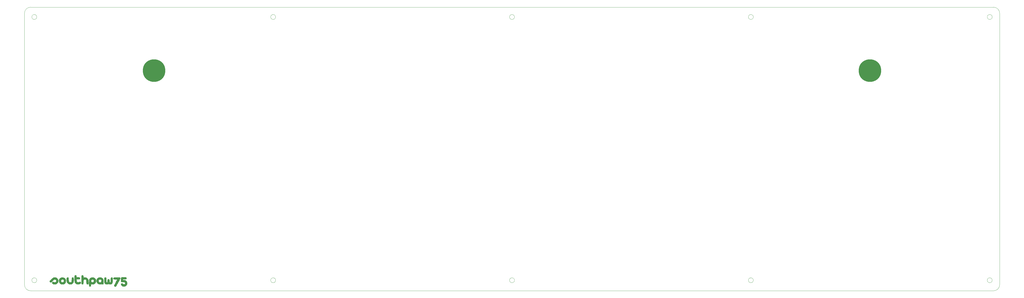
<source format=gbr>
%TF.GenerationSoftware,KiCad,Pcbnew,5.1.10-88a1d61d58~88~ubuntu21.04.1*%
%TF.CreationDate,2021-06-04T00:06:50+02:00*%
%TF.ProjectId,southpawcase,736f7574-6870-4617-9763-6173652e6b69,rev?*%
%TF.SameCoordinates,Original*%
%TF.FileFunction,Soldermask,Top*%
%TF.FilePolarity,Negative*%
%FSLAX46Y46*%
G04 Gerber Fmt 4.6, Leading zero omitted, Abs format (unit mm)*
G04 Created by KiCad (PCBNEW 5.1.10-88a1d61d58~88~ubuntu21.04.1) date 2021-06-04 00:06:50*
%MOMM*%
%LPD*%
G01*
G04 APERTURE LIST*
%TA.AperFunction,Profile*%
%ADD10C,0.050000*%
%TD*%
%ADD11C,0.010000*%
%ADD12C,8.700000*%
G04 APERTURE END LIST*
D10*
X27687000Y-94428000D02*
G75*
G03*
X27687000Y-94428000I-950000J0D01*
G01*
X27687000Y-196078000D02*
G75*
G03*
X27687000Y-196078000I-950000J0D01*
G01*
X211987000Y-94428000D02*
G75*
G03*
X211987000Y-94428000I-950000J0D01*
G01*
X119837000Y-94428000D02*
G75*
G03*
X119837000Y-94428000I-950000J0D01*
G01*
X304137000Y-94428000D02*
G75*
G03*
X304137000Y-94428000I-950000J0D01*
G01*
X119837000Y-196078000D02*
G75*
G03*
X119837000Y-196078000I-950000J0D01*
G01*
X211987000Y-196078000D02*
G75*
G03*
X211987000Y-196078000I-950000J0D01*
G01*
X304137000Y-196078000D02*
G75*
G03*
X304137000Y-196078000I-950000J0D01*
G01*
X25318250Y-90628000D02*
X387268250Y-90628000D01*
X387268250Y-200165500D02*
X25318250Y-200165500D01*
X22937000Y-93009250D02*
G75*
G02*
X25318250Y-90628000I2381250J0D01*
G01*
X25318250Y-200165500D02*
G75*
G02*
X22937000Y-197784250I0J2381250D01*
G01*
X399174500Y-197784250D02*
G75*
G02*
X396793250Y-200165500I-2381250J0D01*
G01*
X396793250Y-90628000D02*
G75*
G02*
X399174500Y-93009250I0J-2381250D01*
G01*
X387268250Y-200165500D02*
X394412000Y-200165500D01*
X387268250Y-90628000D02*
X394412000Y-90628000D01*
X394412000Y-90628000D02*
X396793250Y-90628000D01*
X394412000Y-200165500D02*
X396793250Y-200165500D01*
X22937000Y-197784250D02*
X22937000Y-93009250D01*
X399174500Y-93009250D02*
X399174500Y-197784250D01*
X396287000Y-196078000D02*
G75*
G03*
X396287000Y-196078000I-950000J0D01*
G01*
X396287000Y-94428000D02*
G75*
G03*
X396287000Y-94428000I-950000J0D01*
G01*
D11*
G36*
X59795876Y-195122162D02*
G01*
X59863610Y-195278304D01*
X59841070Y-195445843D01*
X59834208Y-195466207D01*
X59778696Y-195593003D01*
X59673850Y-195803735D01*
X59529971Y-196079823D01*
X59357360Y-196402687D01*
X59166319Y-196753745D01*
X58967147Y-197114417D01*
X58770147Y-197466122D01*
X58585619Y-197790280D01*
X58423864Y-198068309D01*
X58295182Y-198281628D01*
X58209876Y-198411658D01*
X58184946Y-198441125D01*
X57995308Y-198515171D01*
X57780803Y-198479046D01*
X57677629Y-198421649D01*
X57558677Y-198267850D01*
X57537021Y-198151774D01*
X57566656Y-198044108D01*
X57648991Y-197845585D01*
X57774679Y-197576162D01*
X57934376Y-197255793D01*
X58118735Y-196904435D01*
X58137554Y-196869500D01*
X58737566Y-195758250D01*
X58068199Y-195726500D01*
X57759020Y-195708625D01*
X57551753Y-195686543D01*
X57421314Y-195655135D01*
X57342619Y-195609278D01*
X57308916Y-195571488D01*
X57226111Y-195385998D01*
X57261863Y-195199287D01*
X57317850Y-195105629D01*
X57358009Y-195055316D01*
X57410029Y-195018644D01*
X57492786Y-194993458D01*
X57625154Y-194977605D01*
X57826010Y-194968930D01*
X58114229Y-194965281D01*
X58508686Y-194964502D01*
X58554636Y-194964500D01*
X59692572Y-194964500D01*
X59795876Y-195122162D01*
G37*
X59795876Y-195122162D02*
X59863610Y-195278304D01*
X59841070Y-195445843D01*
X59834208Y-195466207D01*
X59778696Y-195593003D01*
X59673850Y-195803735D01*
X59529971Y-196079823D01*
X59357360Y-196402687D01*
X59166319Y-196753745D01*
X58967147Y-197114417D01*
X58770147Y-197466122D01*
X58585619Y-197790280D01*
X58423864Y-198068309D01*
X58295182Y-198281628D01*
X58209876Y-198411658D01*
X58184946Y-198441125D01*
X57995308Y-198515171D01*
X57780803Y-198479046D01*
X57677629Y-198421649D01*
X57558677Y-198267850D01*
X57537021Y-198151774D01*
X57566656Y-198044108D01*
X57648991Y-197845585D01*
X57774679Y-197576162D01*
X57934376Y-197255793D01*
X58118735Y-196904435D01*
X58137554Y-196869500D01*
X58737566Y-195758250D01*
X58068199Y-195726500D01*
X57759020Y-195708625D01*
X57551753Y-195686543D01*
X57421314Y-195655135D01*
X57342619Y-195609278D01*
X57308916Y-195571488D01*
X57226111Y-195385998D01*
X57261863Y-195199287D01*
X57317850Y-195105629D01*
X57358009Y-195055316D01*
X57410029Y-195018644D01*
X57492786Y-194993458D01*
X57625154Y-194977605D01*
X57826010Y-194968930D01*
X58114229Y-194965281D01*
X58508686Y-194964502D01*
X58554636Y-194964500D01*
X59692572Y-194964500D01*
X59795876Y-195122162D01*
G36*
X49518010Y-194995758D02*
G01*
X49694643Y-195033219D01*
X49837392Y-195103407D01*
X49959464Y-195193643D01*
X50275872Y-195510187D01*
X50467844Y-195850217D01*
X50519999Y-196045478D01*
X50528421Y-196455582D01*
X50421783Y-196845229D01*
X50210922Y-197188675D01*
X49931451Y-197443593D01*
X49802900Y-197521025D01*
X49670284Y-197567912D01*
X49496564Y-197591592D01*
X49244700Y-197599403D01*
X49143277Y-197599750D01*
X48583000Y-197599750D01*
X48583000Y-197905549D01*
X48565461Y-198178572D01*
X48503819Y-198348216D01*
X48384530Y-198434370D01*
X48207541Y-198457000D01*
X48029404Y-198434784D01*
X47902359Y-198379992D01*
X47888455Y-198366516D01*
X47860221Y-198285927D01*
X47841071Y-198116910D01*
X47830593Y-197849617D01*
X47828378Y-197474197D01*
X47833055Y-197039047D01*
X47844853Y-196298000D01*
X48617636Y-196298000D01*
X48638781Y-196501726D01*
X48719801Y-196645566D01*
X48794359Y-196717489D01*
X49026264Y-196847367D01*
X49268937Y-196865177D01*
X49491951Y-196771546D01*
X49570282Y-196701477D01*
X49684135Y-196505903D01*
X49726073Y-196273727D01*
X49690704Y-196057638D01*
X49644605Y-195974997D01*
X49441715Y-195801869D01*
X49200632Y-195735347D01*
X48954033Y-195779139D01*
X48794359Y-195878510D01*
X48671774Y-196015957D01*
X48622784Y-196180726D01*
X48617636Y-196298000D01*
X47844853Y-196298000D01*
X47852750Y-195802062D01*
X48052674Y-195526292D01*
X48315045Y-195239230D01*
X48616998Y-195060511D01*
X48980037Y-194980353D01*
X49260964Y-194976563D01*
X49518010Y-194995758D01*
G37*
X49518010Y-194995758D02*
X49694643Y-195033219D01*
X49837392Y-195103407D01*
X49959464Y-195193643D01*
X50275872Y-195510187D01*
X50467844Y-195850217D01*
X50519999Y-196045478D01*
X50528421Y-196455582D01*
X50421783Y-196845229D01*
X50210922Y-197188675D01*
X49931451Y-197443593D01*
X49802900Y-197521025D01*
X49670284Y-197567912D01*
X49496564Y-197591592D01*
X49244700Y-197599403D01*
X49143277Y-197599750D01*
X48583000Y-197599750D01*
X48583000Y-197905549D01*
X48565461Y-198178572D01*
X48503819Y-198348216D01*
X48384530Y-198434370D01*
X48207541Y-198457000D01*
X48029404Y-198434784D01*
X47902359Y-198379992D01*
X47888455Y-198366516D01*
X47860221Y-198285927D01*
X47841071Y-198116910D01*
X47830593Y-197849617D01*
X47828378Y-197474197D01*
X47833055Y-197039047D01*
X47844853Y-196298000D01*
X48617636Y-196298000D01*
X48638781Y-196501726D01*
X48719801Y-196645566D01*
X48794359Y-196717489D01*
X49026264Y-196847367D01*
X49268937Y-196865177D01*
X49491951Y-196771546D01*
X49570282Y-196701477D01*
X49684135Y-196505903D01*
X49726073Y-196273727D01*
X49690704Y-196057638D01*
X49644605Y-195974997D01*
X49441715Y-195801869D01*
X49200632Y-195735347D01*
X48954033Y-195779139D01*
X48794359Y-195878510D01*
X48671774Y-196015957D01*
X48622784Y-196180726D01*
X48617636Y-196298000D01*
X47844853Y-196298000D01*
X47852750Y-195802062D01*
X48052674Y-195526292D01*
X48315045Y-195239230D01*
X48616998Y-195060511D01*
X48980037Y-194980353D01*
X49260964Y-194976563D01*
X49518010Y-194995758D01*
G36*
X61230533Y-194901000D02*
G01*
X61583497Y-194902910D01*
X61831702Y-194910425D01*
X61997354Y-194926223D01*
X62102662Y-194952979D01*
X62169831Y-194993371D01*
X62193908Y-195017125D01*
X62285185Y-195197883D01*
X62280064Y-195396456D01*
X62182874Y-195557908D01*
X62092467Y-195611449D01*
X61947991Y-195644121D01*
X61723105Y-195659886D01*
X61484374Y-195662999D01*
X61210753Y-195664205D01*
X61039921Y-195672221D01*
X60947668Y-195693647D01*
X60909783Y-195735084D01*
X60902057Y-195803129D01*
X60902000Y-195821750D01*
X60909545Y-195908090D01*
X60951594Y-195955623D01*
X61057267Y-195975896D01*
X61255684Y-195980456D01*
X61302317Y-195980500D01*
X61560875Y-195992347D01*
X61755362Y-196038810D01*
X61947391Y-196136272D01*
X61991666Y-196163798D01*
X62270105Y-196408763D01*
X62454495Y-196714410D01*
X62544835Y-197056078D01*
X62541126Y-197409105D01*
X62443368Y-197748828D01*
X62251560Y-198050585D01*
X61991666Y-198273701D01*
X61787728Y-198385684D01*
X61594868Y-198440086D01*
X61348155Y-198454309D01*
X61318192Y-198454193D01*
X60945262Y-198415237D01*
X60703311Y-198329619D01*
X60483808Y-198180379D01*
X60298163Y-197994612D01*
X60174784Y-197805458D01*
X60140000Y-197672507D01*
X60187423Y-197451071D01*
X60313368Y-197309846D01*
X60493349Y-197254756D01*
X60702881Y-197291727D01*
X60917476Y-197426685D01*
X60965500Y-197472750D01*
X61146709Y-197631841D01*
X61298125Y-197685316D01*
X61452391Y-197638152D01*
X61560186Y-197563391D01*
X61693935Y-197403362D01*
X61727500Y-197218749D01*
X61692295Y-197016516D01*
X61578492Y-196875062D01*
X61373812Y-196787555D01*
X61065974Y-196747163D01*
X60871528Y-196742499D01*
X60588019Y-196737538D01*
X60389187Y-196709913D01*
X60260027Y-196640511D01*
X60185534Y-196510221D01*
X60150704Y-196299929D01*
X60140531Y-195990524D01*
X60140000Y-195810716D01*
X60141364Y-195480917D01*
X60157238Y-195242297D01*
X60205292Y-195080114D01*
X60303197Y-194979628D01*
X60468625Y-194926099D01*
X60719245Y-194904784D01*
X61072730Y-194900943D01*
X61230533Y-194901000D01*
G37*
X61230533Y-194901000D02*
X61583497Y-194902910D01*
X61831702Y-194910425D01*
X61997354Y-194926223D01*
X62102662Y-194952979D01*
X62169831Y-194993371D01*
X62193908Y-195017125D01*
X62285185Y-195197883D01*
X62280064Y-195396456D01*
X62182874Y-195557908D01*
X62092467Y-195611449D01*
X61947991Y-195644121D01*
X61723105Y-195659886D01*
X61484374Y-195662999D01*
X61210753Y-195664205D01*
X61039921Y-195672221D01*
X60947668Y-195693647D01*
X60909783Y-195735084D01*
X60902057Y-195803129D01*
X60902000Y-195821750D01*
X60909545Y-195908090D01*
X60951594Y-195955623D01*
X61057267Y-195975896D01*
X61255684Y-195980456D01*
X61302317Y-195980500D01*
X61560875Y-195992347D01*
X61755362Y-196038810D01*
X61947391Y-196136272D01*
X61991666Y-196163798D01*
X62270105Y-196408763D01*
X62454495Y-196714410D01*
X62544835Y-197056078D01*
X62541126Y-197409105D01*
X62443368Y-197748828D01*
X62251560Y-198050585D01*
X61991666Y-198273701D01*
X61787728Y-198385684D01*
X61594868Y-198440086D01*
X61348155Y-198454309D01*
X61318192Y-198454193D01*
X60945262Y-198415237D01*
X60703311Y-198329619D01*
X60483808Y-198180379D01*
X60298163Y-197994612D01*
X60174784Y-197805458D01*
X60140000Y-197672507D01*
X60187423Y-197451071D01*
X60313368Y-197309846D01*
X60493349Y-197254756D01*
X60702881Y-197291727D01*
X60917476Y-197426685D01*
X60965500Y-197472750D01*
X61146709Y-197631841D01*
X61298125Y-197685316D01*
X61452391Y-197638152D01*
X61560186Y-197563391D01*
X61693935Y-197403362D01*
X61727500Y-197218749D01*
X61692295Y-197016516D01*
X61578492Y-196875062D01*
X61373812Y-196787555D01*
X61065974Y-196747163D01*
X60871528Y-196742499D01*
X60588019Y-196737538D01*
X60389187Y-196709913D01*
X60260027Y-196640511D01*
X60185534Y-196510221D01*
X60150704Y-196299929D01*
X60140531Y-195990524D01*
X60140000Y-195810716D01*
X60141364Y-195480917D01*
X60157238Y-195242297D01*
X60205292Y-195080114D01*
X60303197Y-194979628D01*
X60468625Y-194926099D01*
X60719245Y-194904784D01*
X61072730Y-194900943D01*
X61230533Y-194901000D01*
G36*
X34912645Y-194989474D02*
G01*
X35188255Y-195063769D01*
X35234654Y-195085320D01*
X35559684Y-195315123D01*
X35791780Y-195609142D01*
X35930890Y-195945804D01*
X35976960Y-196303537D01*
X35929936Y-196660770D01*
X35789765Y-196995930D01*
X35556393Y-197287445D01*
X35240666Y-197508241D01*
X34935468Y-197606775D01*
X34581417Y-197634417D01*
X34231231Y-197592048D01*
X33948148Y-197486625D01*
X33768726Y-197359085D01*
X33627755Y-197214521D01*
X33600202Y-197173079D01*
X33542654Y-197046606D01*
X33555732Y-196947518D01*
X33636424Y-196824785D01*
X33812160Y-196666382D01*
X34008592Y-196633173D01*
X34222389Y-196725643D01*
X34238074Y-196736950D01*
X34486474Y-196855213D01*
X34732695Y-196848407D01*
X34963181Y-196717478D01*
X34998884Y-196683884D01*
X35153227Y-196461592D01*
X35181111Y-196234397D01*
X35082536Y-196009104D01*
X34998884Y-195912115D01*
X34845664Y-195781456D01*
X34700424Y-195719409D01*
X34545647Y-195731722D01*
X34363814Y-195824141D01*
X34137406Y-196002413D01*
X33848907Y-196272285D01*
X33822625Y-196298000D01*
X33568109Y-196542632D01*
X33380938Y-196708137D01*
X33242057Y-196808466D01*
X33132407Y-196857571D01*
X33041964Y-196869500D01*
X32823278Y-196819901D01*
X32685616Y-196681294D01*
X32644500Y-196498585D01*
X32666984Y-196400869D01*
X32742722Y-196275023D01*
X32884139Y-196105161D01*
X33103661Y-195875395D01*
X33231875Y-195747596D01*
X33472095Y-195518094D01*
X33699480Y-195314315D01*
X33889318Y-195157555D01*
X34016898Y-195069114D01*
X34022471Y-195066225D01*
X34275558Y-194989848D01*
X34590348Y-194964548D01*
X34912645Y-194989474D01*
G37*
X34912645Y-194989474D02*
X35188255Y-195063769D01*
X35234654Y-195085320D01*
X35559684Y-195315123D01*
X35791780Y-195609142D01*
X35930890Y-195945804D01*
X35976960Y-196303537D01*
X35929936Y-196660770D01*
X35789765Y-196995930D01*
X35556393Y-197287445D01*
X35240666Y-197508241D01*
X34935468Y-197606775D01*
X34581417Y-197634417D01*
X34231231Y-197592048D01*
X33948148Y-197486625D01*
X33768726Y-197359085D01*
X33627755Y-197214521D01*
X33600202Y-197173079D01*
X33542654Y-197046606D01*
X33555732Y-196947518D01*
X33636424Y-196824785D01*
X33812160Y-196666382D01*
X34008592Y-196633173D01*
X34222389Y-196725643D01*
X34238074Y-196736950D01*
X34486474Y-196855213D01*
X34732695Y-196848407D01*
X34963181Y-196717478D01*
X34998884Y-196683884D01*
X35153227Y-196461592D01*
X35181111Y-196234397D01*
X35082536Y-196009104D01*
X34998884Y-195912115D01*
X34845664Y-195781456D01*
X34700424Y-195719409D01*
X34545647Y-195731722D01*
X34363814Y-195824141D01*
X34137406Y-196002413D01*
X33848907Y-196272285D01*
X33822625Y-196298000D01*
X33568109Y-196542632D01*
X33380938Y-196708137D01*
X33242057Y-196808466D01*
X33132407Y-196857571D01*
X33041964Y-196869500D01*
X32823278Y-196819901D01*
X32685616Y-196681294D01*
X32644500Y-196498585D01*
X32666984Y-196400869D01*
X32742722Y-196275023D01*
X32884139Y-196105161D01*
X33103661Y-195875395D01*
X33231875Y-195747596D01*
X33472095Y-195518094D01*
X33699480Y-195314315D01*
X33889318Y-195157555D01*
X34016898Y-195069114D01*
X34022471Y-195066225D01*
X34275558Y-194989848D01*
X34590348Y-194964548D01*
X34912645Y-194989474D01*
G36*
X37986781Y-195020425D02*
G01*
X38290332Y-195140076D01*
X38367763Y-195188671D01*
X38661753Y-195460073D01*
X38843945Y-195785505D01*
X38918588Y-196174121D01*
X38918086Y-196374638D01*
X38842273Y-196796614D01*
X38669105Y-197140652D01*
X38406763Y-197398988D01*
X38063432Y-197563853D01*
X37647292Y-197627484D01*
X37597500Y-197627969D01*
X37347567Y-197614150D01*
X37121037Y-197579788D01*
X36994250Y-197542569D01*
X36819280Y-197438728D01*
X36642584Y-197295465D01*
X36623228Y-197276500D01*
X36379367Y-196949577D01*
X36246734Y-196589326D01*
X36226913Y-196294985D01*
X37026000Y-196294985D01*
X37079029Y-196547758D01*
X37219311Y-196734845D01*
X37418640Y-196843453D01*
X37648808Y-196860790D01*
X37881606Y-196774065D01*
X37957640Y-196717489D01*
X38080225Y-196580042D01*
X38129215Y-196415273D01*
X38134363Y-196298000D01*
X38082782Y-196040357D01*
X37945555Y-195854452D01*
X37748961Y-195752002D01*
X37519274Y-195744724D01*
X37282772Y-195844334D01*
X37221372Y-195890894D01*
X37082419Y-196040101D01*
X37029867Y-196206877D01*
X37026000Y-196294985D01*
X36226913Y-196294985D01*
X36221624Y-196216452D01*
X36300333Y-195851661D01*
X36479156Y-195515656D01*
X36754389Y-195229142D01*
X37019774Y-195060238D01*
X37304186Y-194975997D01*
X37642294Y-194964229D01*
X37986781Y-195020425D01*
G37*
X37986781Y-195020425D02*
X38290332Y-195140076D01*
X38367763Y-195188671D01*
X38661753Y-195460073D01*
X38843945Y-195785505D01*
X38918588Y-196174121D01*
X38918086Y-196374638D01*
X38842273Y-196796614D01*
X38669105Y-197140652D01*
X38406763Y-197398988D01*
X38063432Y-197563853D01*
X37647292Y-197627484D01*
X37597500Y-197627969D01*
X37347567Y-197614150D01*
X37121037Y-197579788D01*
X36994250Y-197542569D01*
X36819280Y-197438728D01*
X36642584Y-197295465D01*
X36623228Y-197276500D01*
X36379367Y-196949577D01*
X36246734Y-196589326D01*
X36226913Y-196294985D01*
X37026000Y-196294985D01*
X37079029Y-196547758D01*
X37219311Y-196734845D01*
X37418640Y-196843453D01*
X37648808Y-196860790D01*
X37881606Y-196774065D01*
X37957640Y-196717489D01*
X38080225Y-196580042D01*
X38129215Y-196415273D01*
X38134363Y-196298000D01*
X38082782Y-196040357D01*
X37945555Y-195854452D01*
X37748961Y-195752002D01*
X37519274Y-195744724D01*
X37282772Y-195844334D01*
X37221372Y-195890894D01*
X37082419Y-196040101D01*
X37029867Y-196206877D01*
X37026000Y-196294985D01*
X36226913Y-196294985D01*
X36221624Y-196216452D01*
X36300333Y-195851661D01*
X36479156Y-195515656D01*
X36754389Y-195229142D01*
X37019774Y-195060238D01*
X37304186Y-194975997D01*
X37642294Y-194964229D01*
X37986781Y-195020425D01*
G36*
X39801235Y-194996472D02*
G01*
X39868824Y-195043875D01*
X39897909Y-195137525D01*
X39925524Y-195327599D01*
X39947983Y-195583539D01*
X39958836Y-195790000D01*
X39981012Y-196156868D01*
X40019919Y-196419321D01*
X40083327Y-196599624D01*
X40179002Y-196720045D01*
X40311690Y-196801481D01*
X40574508Y-196865625D01*
X40815037Y-196805335D01*
X40943461Y-196716353D01*
X41020852Y-196643690D01*
X41073223Y-196566253D01*
X41106988Y-196457373D01*
X41128557Y-196290378D01*
X41144344Y-196038596D01*
X41153377Y-195843228D01*
X41170481Y-195547993D01*
X41192564Y-195296404D01*
X41216595Y-195117537D01*
X41236622Y-195043874D01*
X41340959Y-194982970D01*
X41508618Y-194967326D01*
X41685013Y-194995020D01*
X41815555Y-195064127D01*
X41815714Y-195064285D01*
X41860604Y-195135370D01*
X41890345Y-195256694D01*
X41907538Y-195450353D01*
X41914787Y-195738447D01*
X41915500Y-195911548D01*
X41912721Y-196245257D01*
X41901409Y-196483069D01*
X41877100Y-196656022D01*
X41835330Y-196795153D01*
X41771635Y-196931500D01*
X41767749Y-196938887D01*
X41620480Y-197150307D01*
X41425661Y-197349622D01*
X41350998Y-197408218D01*
X41179773Y-197514551D01*
X41011880Y-197576130D01*
X40797243Y-197607410D01*
X40625623Y-197617631D01*
X40315515Y-197617574D01*
X40095910Y-197582615D01*
X39978750Y-197535272D01*
X39642250Y-197292835D01*
X39382343Y-196979552D01*
X39305387Y-196837750D01*
X39243954Y-196639061D01*
X39201944Y-196371075D01*
X39179432Y-196065084D01*
X39176494Y-195752379D01*
X39193205Y-195464252D01*
X39229640Y-195231996D01*
X39285875Y-195086901D01*
X39301125Y-195069591D01*
X39450910Y-194992380D01*
X39636434Y-194967155D01*
X39801235Y-194996472D01*
G37*
X39801235Y-194996472D02*
X39868824Y-195043875D01*
X39897909Y-195137525D01*
X39925524Y-195327599D01*
X39947983Y-195583539D01*
X39958836Y-195790000D01*
X39981012Y-196156868D01*
X40019919Y-196419321D01*
X40083327Y-196599624D01*
X40179002Y-196720045D01*
X40311690Y-196801481D01*
X40574508Y-196865625D01*
X40815037Y-196805335D01*
X40943461Y-196716353D01*
X41020852Y-196643690D01*
X41073223Y-196566253D01*
X41106988Y-196457373D01*
X41128557Y-196290378D01*
X41144344Y-196038596D01*
X41153377Y-195843228D01*
X41170481Y-195547993D01*
X41192564Y-195296404D01*
X41216595Y-195117537D01*
X41236622Y-195043874D01*
X41340959Y-194982970D01*
X41508618Y-194967326D01*
X41685013Y-194995020D01*
X41815555Y-195064127D01*
X41815714Y-195064285D01*
X41860604Y-195135370D01*
X41890345Y-195256694D01*
X41907538Y-195450353D01*
X41914787Y-195738447D01*
X41915500Y-195911548D01*
X41912721Y-196245257D01*
X41901409Y-196483069D01*
X41877100Y-196656022D01*
X41835330Y-196795153D01*
X41771635Y-196931500D01*
X41767749Y-196938887D01*
X41620480Y-197150307D01*
X41425661Y-197349622D01*
X41350998Y-197408218D01*
X41179773Y-197514551D01*
X41011880Y-197576130D01*
X40797243Y-197607410D01*
X40625623Y-197617631D01*
X40315515Y-197617574D01*
X40095910Y-197582615D01*
X39978750Y-197535272D01*
X39642250Y-197292835D01*
X39382343Y-196979552D01*
X39305387Y-196837750D01*
X39243954Y-196639061D01*
X39201944Y-196371075D01*
X39179432Y-196065084D01*
X39176494Y-195752379D01*
X39193205Y-195464252D01*
X39229640Y-195231996D01*
X39285875Y-195086901D01*
X39301125Y-195069591D01*
X39450910Y-194992380D01*
X39636434Y-194967155D01*
X39801235Y-194996472D01*
G36*
X42785769Y-194156445D02*
G01*
X42915731Y-194212246D01*
X42918799Y-194215199D01*
X42964093Y-194320584D01*
X42991387Y-194500040D01*
X42995000Y-194596199D01*
X42995000Y-194901000D01*
X43556658Y-194901000D01*
X43890133Y-194913028D01*
X44116131Y-194955130D01*
X44252415Y-195036328D01*
X44316753Y-195165646D01*
X44328500Y-195293033D01*
X44301660Y-195452564D01*
X44210082Y-195561429D01*
X44037182Y-195627379D01*
X43766371Y-195658167D01*
X43536931Y-195663000D01*
X42977612Y-195663000D01*
X43011856Y-196089603D01*
X43037888Y-196330592D01*
X43079201Y-196487319D01*
X43152224Y-196602517D01*
X43243801Y-196692853D01*
X43453942Y-196830473D01*
X43670026Y-196857984D01*
X43918862Y-196776630D01*
X44008870Y-196728334D01*
X44251651Y-196637473D01*
X44460196Y-196653683D01*
X44615228Y-196772503D01*
X44671271Y-196881585D01*
X44685606Y-197083833D01*
X44594276Y-197264910D01*
X44417831Y-197417728D01*
X44176824Y-197535197D01*
X43891806Y-197610228D01*
X43583328Y-197635731D01*
X43271942Y-197604618D01*
X42978199Y-197509798D01*
X42925612Y-197483749D01*
X42714614Y-197336753D01*
X42515111Y-197141904D01*
X42455250Y-197065756D01*
X42264750Y-196795512D01*
X42245055Y-195557739D01*
X42240233Y-195077187D01*
X42243299Y-194713564D01*
X42254663Y-194457022D01*
X42274737Y-194297711D01*
X42300455Y-194229483D01*
X42419234Y-194166424D01*
X42600638Y-194141624D01*
X42785769Y-194156445D01*
G37*
X42785769Y-194156445D02*
X42915731Y-194212246D01*
X42918799Y-194215199D01*
X42964093Y-194320584D01*
X42991387Y-194500040D01*
X42995000Y-194596199D01*
X42995000Y-194901000D01*
X43556658Y-194901000D01*
X43890133Y-194913028D01*
X44116131Y-194955130D01*
X44252415Y-195036328D01*
X44316753Y-195165646D01*
X44328500Y-195293033D01*
X44301660Y-195452564D01*
X44210082Y-195561429D01*
X44037182Y-195627379D01*
X43766371Y-195658167D01*
X43536931Y-195663000D01*
X42977612Y-195663000D01*
X43011856Y-196089603D01*
X43037888Y-196330592D01*
X43079201Y-196487319D01*
X43152224Y-196602517D01*
X43243801Y-196692853D01*
X43453942Y-196830473D01*
X43670026Y-196857984D01*
X43918862Y-196776630D01*
X44008870Y-196728334D01*
X44251651Y-196637473D01*
X44460196Y-196653683D01*
X44615228Y-196772503D01*
X44671271Y-196881585D01*
X44685606Y-197083833D01*
X44594276Y-197264910D01*
X44417831Y-197417728D01*
X44176824Y-197535197D01*
X43891806Y-197610228D01*
X43583328Y-197635731D01*
X43271942Y-197604618D01*
X42978199Y-197509798D01*
X42925612Y-197483749D01*
X42714614Y-197336753D01*
X42515111Y-197141904D01*
X42455250Y-197065756D01*
X42264750Y-196795512D01*
X42245055Y-195557739D01*
X42240233Y-195077187D01*
X42243299Y-194713564D01*
X42254663Y-194457022D01*
X42274737Y-194297711D01*
X42300455Y-194229483D01*
X42419234Y-194166424D01*
X42600638Y-194141624D01*
X42785769Y-194156445D01*
G36*
X45484924Y-194200707D02*
G01*
X45556908Y-194255125D01*
X45635562Y-194424794D01*
X45662000Y-194685825D01*
X45662000Y-195000401D01*
X46100701Y-194975612D01*
X46477427Y-194976893D01*
X46771246Y-195037486D01*
X47017214Y-195169650D01*
X47239580Y-195373843D01*
X47403580Y-195577339D01*
X47516167Y-195789893D01*
X47585809Y-196041211D01*
X47620970Y-196360996D01*
X47630145Y-196744245D01*
X47620194Y-197104787D01*
X47584553Y-197356660D01*
X47515282Y-197516952D01*
X47404438Y-197602748D01*
X47244079Y-197631134D01*
X47217750Y-197631500D01*
X47053304Y-197611211D01*
X46937556Y-197538918D01*
X46862838Y-197397477D01*
X46821486Y-197169747D01*
X46805833Y-196838583D01*
X46805000Y-196708501D01*
X46803272Y-196415792D01*
X46793759Y-196220479D01*
X46769962Y-196092963D01*
X46725386Y-196003646D01*
X46653533Y-195922930D01*
X46626900Y-195897130D01*
X46400893Y-195754973D01*
X46159889Y-195735805D01*
X45922155Y-195840050D01*
X45872038Y-195879646D01*
X45795504Y-195951280D01*
X45743442Y-196027393D01*
X45709686Y-196134178D01*
X45688066Y-196297828D01*
X45672416Y-196544539D01*
X45662122Y-196771101D01*
X45643875Y-197115862D01*
X45617520Y-197353512D01*
X45573192Y-197503928D01*
X45501027Y-197586986D01*
X45391161Y-197622563D01*
X45235609Y-197630527D01*
X45046181Y-197590978D01*
X44965734Y-197508674D01*
X44943031Y-197403815D01*
X44924944Y-197197007D01*
X44911406Y-196909574D01*
X44902348Y-196562840D01*
X44897703Y-196178129D01*
X44897404Y-195776766D01*
X44901382Y-195380074D01*
X44909570Y-195009378D01*
X44921899Y-194686003D01*
X44938303Y-194431272D01*
X44958713Y-194266509D01*
X44976200Y-194215199D01*
X45117762Y-194150087D01*
X45307486Y-194146641D01*
X45484924Y-194200707D01*
G37*
X45484924Y-194200707D02*
X45556908Y-194255125D01*
X45635562Y-194424794D01*
X45662000Y-194685825D01*
X45662000Y-195000401D01*
X46100701Y-194975612D01*
X46477427Y-194976893D01*
X46771246Y-195037486D01*
X47017214Y-195169650D01*
X47239580Y-195373843D01*
X47403580Y-195577339D01*
X47516167Y-195789893D01*
X47585809Y-196041211D01*
X47620970Y-196360996D01*
X47630145Y-196744245D01*
X47620194Y-197104787D01*
X47584553Y-197356660D01*
X47515282Y-197516952D01*
X47404438Y-197602748D01*
X47244079Y-197631134D01*
X47217750Y-197631500D01*
X47053304Y-197611211D01*
X46937556Y-197538918D01*
X46862838Y-197397477D01*
X46821486Y-197169747D01*
X46805833Y-196838583D01*
X46805000Y-196708501D01*
X46803272Y-196415792D01*
X46793759Y-196220479D01*
X46769962Y-196092963D01*
X46725386Y-196003646D01*
X46653533Y-195922930D01*
X46626900Y-195897130D01*
X46400893Y-195754973D01*
X46159889Y-195735805D01*
X45922155Y-195840050D01*
X45872038Y-195879646D01*
X45795504Y-195951280D01*
X45743442Y-196027393D01*
X45709686Y-196134178D01*
X45688066Y-196297828D01*
X45672416Y-196544539D01*
X45662122Y-196771101D01*
X45643875Y-197115862D01*
X45617520Y-197353512D01*
X45573192Y-197503928D01*
X45501027Y-197586986D01*
X45391161Y-197622563D01*
X45235609Y-197630527D01*
X45046181Y-197590978D01*
X44965734Y-197508674D01*
X44943031Y-197403815D01*
X44924944Y-197197007D01*
X44911406Y-196909574D01*
X44902348Y-196562840D01*
X44897703Y-196178129D01*
X44897404Y-195776766D01*
X44901382Y-195380074D01*
X44909570Y-195009378D01*
X44921899Y-194686003D01*
X44938303Y-194431272D01*
X44958713Y-194266509D01*
X44976200Y-194215199D01*
X45117762Y-194150087D01*
X45307486Y-194146641D01*
X45484924Y-194200707D01*
G36*
X52345969Y-194973740D02*
G01*
X52526808Y-195012913D01*
X52699808Y-195099194D01*
X52810025Y-195170875D01*
X53027052Y-195338933D01*
X53183311Y-195519739D01*
X53288937Y-195738361D01*
X53354066Y-196019863D01*
X53388834Y-196389315D01*
X53398316Y-196625848D01*
X53404307Y-197006025D01*
X53392873Y-197277456D01*
X53357490Y-197457929D01*
X53291637Y-197565227D01*
X53188790Y-197617138D01*
X53042427Y-197631446D01*
X53029513Y-197631500D01*
X52861623Y-197617196D01*
X52754987Y-197581703D01*
X52743749Y-197570426D01*
X52655442Y-197542002D01*
X52545368Y-197570426D01*
X52323117Y-197617252D01*
X52039167Y-197627906D01*
X51749648Y-197604624D01*
X51510687Y-197549642D01*
X51456772Y-197527065D01*
X51156460Y-197315387D01*
X50911851Y-197020176D01*
X50745378Y-196676893D01*
X50679476Y-196320996D01*
X50679413Y-196315581D01*
X51504018Y-196315581D01*
X51555849Y-196523664D01*
X51675278Y-196701164D01*
X51845242Y-196826517D01*
X52048676Y-196878163D01*
X52268516Y-196834540D01*
X52370119Y-196776779D01*
X52539966Y-196590271D01*
X52616765Y-196355970D01*
X52587048Y-196116491D01*
X52582452Y-196104970D01*
X52434028Y-195881412D01*
X52230774Y-195753398D01*
X52001293Y-195727555D01*
X51774188Y-195810508D01*
X51671409Y-195893909D01*
X51536850Y-196098475D01*
X51504018Y-196315581D01*
X50679413Y-196315581D01*
X50679208Y-196298000D01*
X50733741Y-195962210D01*
X50881731Y-195628585D01*
X51099759Y-195333343D01*
X51364408Y-195112701D01*
X51486085Y-195050042D01*
X51660910Y-195003940D01*
X51902544Y-194972883D01*
X52098034Y-194964500D01*
X52345969Y-194973740D01*
G37*
X52345969Y-194973740D02*
X52526808Y-195012913D01*
X52699808Y-195099194D01*
X52810025Y-195170875D01*
X53027052Y-195338933D01*
X53183311Y-195519739D01*
X53288937Y-195738361D01*
X53354066Y-196019863D01*
X53388834Y-196389315D01*
X53398316Y-196625848D01*
X53404307Y-197006025D01*
X53392873Y-197277456D01*
X53357490Y-197457929D01*
X53291637Y-197565227D01*
X53188790Y-197617138D01*
X53042427Y-197631446D01*
X53029513Y-197631500D01*
X52861623Y-197617196D01*
X52754987Y-197581703D01*
X52743749Y-197570426D01*
X52655442Y-197542002D01*
X52545368Y-197570426D01*
X52323117Y-197617252D01*
X52039167Y-197627906D01*
X51749648Y-197604624D01*
X51510687Y-197549642D01*
X51456772Y-197527065D01*
X51156460Y-197315387D01*
X50911851Y-197020176D01*
X50745378Y-196676893D01*
X50679476Y-196320996D01*
X50679413Y-196315581D01*
X51504018Y-196315581D01*
X51555849Y-196523664D01*
X51675278Y-196701164D01*
X51845242Y-196826517D01*
X52048676Y-196878163D01*
X52268516Y-196834540D01*
X52370119Y-196776779D01*
X52539966Y-196590271D01*
X52616765Y-196355970D01*
X52587048Y-196116491D01*
X52582452Y-196104970D01*
X52434028Y-195881412D01*
X52230774Y-195753398D01*
X52001293Y-195727555D01*
X51774188Y-195810508D01*
X51671409Y-195893909D01*
X51536850Y-196098475D01*
X51504018Y-196315581D01*
X50679413Y-196315581D01*
X50679208Y-196298000D01*
X50733741Y-195962210D01*
X50881731Y-195628585D01*
X51099759Y-195333343D01*
X51364408Y-195112701D01*
X51486085Y-195050042D01*
X51660910Y-195003940D01*
X51902544Y-194972883D01*
X52098034Y-194964500D01*
X52345969Y-194973740D01*
G36*
X54257470Y-194971536D02*
G01*
X54400694Y-195030187D01*
X54412299Y-195040699D01*
X54450131Y-195144718D01*
X54475014Y-195369543D01*
X54487147Y-195717439D01*
X54488500Y-195921924D01*
X54493277Y-196299781D01*
X54511040Y-196567015D01*
X54546933Y-196739763D01*
X54606102Y-196834162D01*
X54693692Y-196866346D01*
X54787074Y-196858259D01*
X54845847Y-196827831D01*
X54885096Y-196746802D01*
X54911559Y-196590140D01*
X54931975Y-196332818D01*
X54933000Y-196316176D01*
X54955086Y-196067124D01*
X54985661Y-195866094D01*
X55019069Y-195747649D01*
X55028250Y-195733904D01*
X55208886Y-195637806D01*
X55417866Y-195640442D01*
X55572014Y-195716820D01*
X55653092Y-195798425D01*
X55704359Y-195904968D01*
X55735883Y-196070045D01*
X55757728Y-196327252D01*
X55758500Y-196339249D01*
X55779521Y-196596067D01*
X55807000Y-196751356D01*
X55848098Y-196830587D01*
X55904425Y-196858265D01*
X56018295Y-196864038D01*
X56099650Y-196820434D01*
X56153638Y-196711316D01*
X56185402Y-196520548D01*
X56200088Y-196231993D01*
X56203000Y-195921924D01*
X56206239Y-195553929D01*
X56220600Y-195294203D01*
X56253052Y-195124086D01*
X56310559Y-195024914D01*
X56400088Y-194978026D01*
X56528608Y-194964760D01*
X56560414Y-194964500D01*
X56709085Y-194974511D01*
X56816374Y-195016235D01*
X56888918Y-195107204D01*
X56933350Y-195264952D01*
X56956306Y-195507013D01*
X56964421Y-195850919D01*
X56965000Y-196033651D01*
X56958381Y-196462779D01*
X56934010Y-196787554D01*
X56885114Y-197030148D01*
X56804920Y-197212733D01*
X56686654Y-197357482D01*
X56523543Y-197486565D01*
X56520532Y-197488625D01*
X56311823Y-197580252D01*
X56048028Y-197628387D01*
X55778047Y-197630519D01*
X55550779Y-197584139D01*
X55469327Y-197542594D01*
X55354594Y-197486071D01*
X55251583Y-197521076D01*
X55220812Y-197542594D01*
X55047827Y-197609253D01*
X54804049Y-197632544D01*
X54537399Y-197614216D01*
X54295800Y-197556018D01*
X54186294Y-197504843D01*
X54017400Y-197386641D01*
X53894938Y-197254537D01*
X53811778Y-197086545D01*
X53760794Y-196860679D01*
X53734856Y-196554952D01*
X53726835Y-196147378D01*
X53726737Y-196087450D01*
X53731267Y-195755703D01*
X53743857Y-195462866D01*
X53762727Y-195236104D01*
X53786098Y-195102580D01*
X53792234Y-195087325D01*
X53898914Y-195004190D01*
X54072101Y-194964232D01*
X54257470Y-194971536D01*
G37*
X54257470Y-194971536D02*
X54400694Y-195030187D01*
X54412299Y-195040699D01*
X54450131Y-195144718D01*
X54475014Y-195369543D01*
X54487147Y-195717439D01*
X54488500Y-195921924D01*
X54493277Y-196299781D01*
X54511040Y-196567015D01*
X54546933Y-196739763D01*
X54606102Y-196834162D01*
X54693692Y-196866346D01*
X54787074Y-196858259D01*
X54845847Y-196827831D01*
X54885096Y-196746802D01*
X54911559Y-196590140D01*
X54931975Y-196332818D01*
X54933000Y-196316176D01*
X54955086Y-196067124D01*
X54985661Y-195866094D01*
X55019069Y-195747649D01*
X55028250Y-195733904D01*
X55208886Y-195637806D01*
X55417866Y-195640442D01*
X55572014Y-195716820D01*
X55653092Y-195798425D01*
X55704359Y-195904968D01*
X55735883Y-196070045D01*
X55757728Y-196327252D01*
X55758500Y-196339249D01*
X55779521Y-196596067D01*
X55807000Y-196751356D01*
X55848098Y-196830587D01*
X55904425Y-196858265D01*
X56018295Y-196864038D01*
X56099650Y-196820434D01*
X56153638Y-196711316D01*
X56185402Y-196520548D01*
X56200088Y-196231993D01*
X56203000Y-195921924D01*
X56206239Y-195553929D01*
X56220600Y-195294203D01*
X56253052Y-195124086D01*
X56310559Y-195024914D01*
X56400088Y-194978026D01*
X56528608Y-194964760D01*
X56560414Y-194964500D01*
X56709085Y-194974511D01*
X56816374Y-195016235D01*
X56888918Y-195107204D01*
X56933350Y-195264952D01*
X56956306Y-195507013D01*
X56964421Y-195850919D01*
X56965000Y-196033651D01*
X56958381Y-196462779D01*
X56934010Y-196787554D01*
X56885114Y-197030148D01*
X56804920Y-197212733D01*
X56686654Y-197357482D01*
X56523543Y-197486565D01*
X56520532Y-197488625D01*
X56311823Y-197580252D01*
X56048028Y-197628387D01*
X55778047Y-197630519D01*
X55550779Y-197584139D01*
X55469327Y-197542594D01*
X55354594Y-197486071D01*
X55251583Y-197521076D01*
X55220812Y-197542594D01*
X55047827Y-197609253D01*
X54804049Y-197632544D01*
X54537399Y-197614216D01*
X54295800Y-197556018D01*
X54186294Y-197504843D01*
X54017400Y-197386641D01*
X53894938Y-197254537D01*
X53811778Y-197086545D01*
X53760794Y-196860679D01*
X53734856Y-196554952D01*
X53726835Y-196147378D01*
X53726737Y-196087450D01*
X53731267Y-195755703D01*
X53743857Y-195462866D01*
X53762727Y-195236104D01*
X53786098Y-195102580D01*
X53792234Y-195087325D01*
X53898914Y-195004190D01*
X54072101Y-194964232D01*
X54257470Y-194971536D01*
D12*
X349138250Y-115165500D03*
X72938250Y-115165500D03*
M02*

</source>
